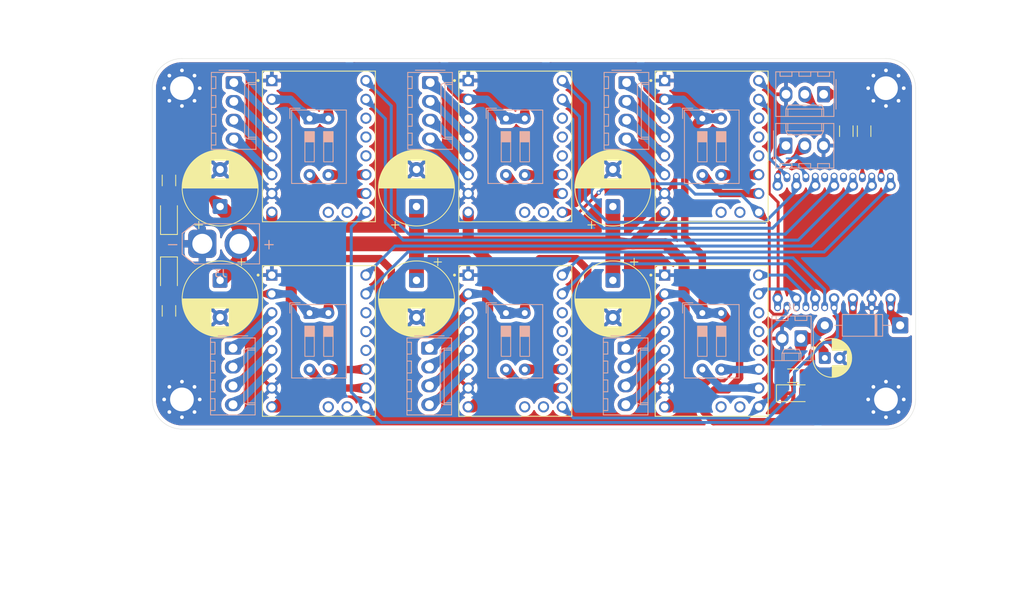
<source format=kicad_pcb>
(kicad_pcb (version 20241229) (generator "pcbnew") (generator_version "9.0")
  (layers (0 "F.Cu" signal) (2 "B.Cu" signal) (13 "F.Paste" user) (15 "B.Paste" user) (5 "F.SilkS" user "F.Silkscreen") (7 "B.SilkS" user "B.Silkscreen") (1 "F.Mask" user) (3 "B.Mask" user) (25 "Edge.Cuts" user))
  (net 0 "")
  (net 1 "GND")
  (net 2 "+24V")
  (net 3 "+5V")
  (net 4 "Net-(D1-K)")
  (net 5 "Net-(D2-A)")
  (net 6 "Net-(D3-A)")
  (net 7 "Net-(D4-A)")
  (net 8 "RX")
  (net 9 "TX")
  (net 10 "TX B")
  (net 11 "RX B")
  (net 12 "Net-(J6-Pin_4)")
  (net 13 "Net-(J6-Pin_2)")
  (net 14 "Net-(J6-Pin_3)")
  (net 15 "Net-(J6-Pin_1)")
  (net 16 "Net-(J7-Pin_4)")
  (net 17 "Net-(J7-Pin_3)")
  (net 18 "Net-(J7-Pin_2)")
  (net 19 "Net-(J7-Pin_1)")
  (net 20 "Net-(J8-Pin_3)")
  (net 21 "Net-(J8-Pin_1)")
  (net 22 "Net-(J8-Pin_4)")
  (net 23 "Net-(J8-Pin_2)")
  (net 24 "Net-(J9-Pin_4)")
  (net 25 "Net-(J9-Pin_2)")
  (net 26 "Net-(J9-Pin_1)")
  (net 27 "Net-(J9-Pin_3)")
  (net 28 "Net-(J10-Pin_3)")
  (net 29 "Net-(J10-Pin_1)")
  (net 30 "Net-(J10-Pin_4)")
  (net 31 "Net-(J10-Pin_2)")
  (net 32 "Net-(J11-Pin_1)")
  (net 33 "Net-(J11-Pin_3)")
  (net 34 "Net-(J11-Pin_4)")
  (net 35 "Net-(J11-Pin_2)")
  (net 36 "+3.3V")
  (net 37 "Net-(U1-MS1)")
  (net 38 "Net-(U1-MS2)")
  (net 39 "Net-(U2-MS1)")
  (net 40 "Net-(U2-MS2)")
  (net 41 "Net-(U3-MS2)")
  (net 42 "Net-(U3-MS1)")
  (net 43 "Net-(U4-MS2)")
  (net 44 "Net-(U4-MS1)")
  (net 45 "Net-(U6-MS1)")
  (net 46 "Net-(U6-MS2)")
  (net 47 "Net-(U5-MS1)")
  (net 48 "Net-(U5-MS2)")
  (net 51 "EN M")
  (net 52 "STEP 1")
  (net 55 "DIR 1")
  (net 59 "DIR 3")
  (net 61 "STEP 3")
  (net 64 "DIR 2")
  (net 66 "STEP 2")
  (net 67 "EN")
  (net 72 "DIR 4")
  (net 75 "STEP 4")
  (net 80 "STEP 5")
  (net 83 "DIR 5")
  (net 88 "STEP 6")
  (net 89 "DIR 6")
  (net 95 "Net-(U10-GPIO38_DVP_VSYNC{slash}I2S_SD)")
  (net 96 "Net-(U10-GPIO39_CAM_SCL{slash}I2S_SCK)")
  (footprint "Resistor_SMD:R_1206_3216Metric_Pad1.30x1.75mm_HandSolder" (layer "F.Cu") (at 160.4 92.3 90)
    (property "Reference" "R2" (hide yes))
    (property "Value" "1k" (hide yes))
  )
  (footprint "Capacitor_THT:CP_Radial_D10.0mm_P5.00mm" (layer "F.Cu") (at 75.9 112.432323 -90)
    (property "Reference" "C4" (hide yes))
    (property "Value" "100µF" (hide yes))
  )
  (footprint "Seeed Studio XIAO ESP32S3 Plus KiCAD Library 2:MOUDLE23P-SMD-2.54-21X17.8MM.kicad_mod.kicad_sym" (layer "F.Cu") (at 158.75 107.25)
    (property "Reference" "U10" (hide yes))
    (property "Value" "XIAO-HALF-HOLE-23P" (hide yes))
  )
  (footprint "LED_SMD:LED_1206_3216Metric" (layer "F.Cu") (at 69 103.949999 90)
    (property "Reference" "D4" (hide yes))
    (property "Value" "LED_Small" (hide yes))
  )
  (footprint "Resistor_SMD:R_1206_3216Metric_Pad1.30x1.75mm_HandSolder" (layer "F.Cu") (at 69 116.550001 90)
    (property "Reference" "R3" (hide yes))
    (property "Value" "1k" (hide yes))
  )
  (footprint "MountingHole:MountingHole_3.2mm_M3_Pad_Via" (layer "F.Cu") (at 165.75 86.5)
    (property "Reference" "H2")
    (property "Value" "MountingHole_Pad" (hide yes))
  )
  (footprint "Capacitor_THT:CP_Radial_D10.0mm_P5.00mm" (layer "F.Cu") (at 128.9 112.432323 -90)
    (property "Reference" "C6" (hide yes))
    (property "Value" "100µF" (hide yes))
  )
  (footprint "TMC2209_SILENTSTEPSTICK:MODULE_TMC2209_SILENTSTEPSTICK" (layer "F.Cu") (at 89.23 94.36)
    (property "Reference" "U1" (hide yes))
    (property "Value" "TMC2209_SILENTSTEPSTICK" (hide yes))
  )
  (footprint "TMC2209_SILENTSTEPSTICK:MODULE_TMC2209_SILENTSTEPSTICK" (layer "F.Cu") (at 142.23 94.36)
    (property "Reference" "U3" (hide yes))
    (property "Value" "TMC2209_SILENTSTEPSTICK" (hide yes))
  )
  (footprint "Capacitor_THT:CP_Radial_D10.0mm_P5.00mm" (layer "F.Cu") (at 102.4 102.467677 90)
    (property "Reference" "C2" (hide yes))
    (property "Value" "100µF" (hide yes))
  )
  (footprint "Capacitor_THT:CP_Radial_D10.0mm_P5.00mm" (layer "F.Cu") (at 102.4 112.432323 -90)
    (property "Reference" "C5" (hide yes))
    (property "Value" "100µF" (hide yes))
  )
  (footprint "Resistor_SMD:R_1206_3216Metric_Pad1.30x1.75mm_HandSolder" (layer "F.Cu") (at 69 98.949999 -90)
    (property "Reference" "R4" (hide yes))
    (property "Value" "1k" (hide yes))
  )
  (footprint "MountingHole:MountingHole_3.2mm_M3_Pad_Via" (layer "F.Cu") (at 165.75 128.5)
    (property "Reference" "H4")
    (property "Value" "MountingHole_Pad" (hide yes))
  )
  (footprint "Resistor_SMD:R_1206_3216Metric_Pad1.30x1.75mm_HandSolder" (layer "F.Cu") (at 162.8 92.3 90)
    (property "Reference" "R1" (hide yes))
    (property "Value" "1k" (hide yes))
  )
  (footprint "Capacitor_THT:CP_Radial_D10.0mm_P5.00mm" (layer "F.Cu") (at 75.9 102.467677 90)
    (property "Reference" "C1" (hide yes))
    (property "Value" "100µF" (hide yes))
  )
  (footprint "TMC2209_SILENTSTEPSTICK:MODULE_TMC2209_SILENTSTEPSTICK" (layer "F.Cu") (at 115.73 94.36)
    (property "Reference" "U2" (hide yes))
    (property "Value" "TMC2209_SILENTSTEPSTICK" (hide yes))
  )
  (footprint "LED_SMD:LED_1206_3216Metric" (layer "F.Cu") (at 153.25 127.66)
    (property "Reference" "D2" (hide yes))
    (property "Value" "LED_Small" (hide yes))
  )
  (footprint "TMC2209_SILENTSTEPSTICK:MODULE_TMC2209_SILENTSTEPSTICK" (layer "F.Cu") (at 115.73 120.61)
    (property "Reference" "U5" (hide yes))
    (property "Value" "TMC2209_SILENTSTEPSTICK" (hide yes))
  )
  (footprint "MountingHole:MountingHole_3.2mm_M3_Pad_Via" (layer "F.Cu") (at 70.75 86.5)
    (property "Reference" "H1")
    (property "Value" "MountingHole_Pad" (hide yes))
  )
  (footprint "Capacitor_THT:CP_Radial_D5.0mm_P2.00mm" (layer "F.Cu") (at 157.5 122.9)
    (property "Reference" "C7" (hide yes))
    (property "Value" "100µF" (hide yes))
  )
  (footprint "Resistor_SMD:R_1206_3216Metric_Pad1.30x1.75mm_HandSolder" (layer "F.Cu") (at 153.2 125.3)
    (property "Reference" "R5" (hide yes))
    (property "Value" "1k" (hide yes))
  )
  (footprint "MountingHole:MountingHole_3.2mm_M3_Pad_Via" (layer "F.Cu") (at 70.75 128.5)
    (property "Reference" "H3")
    (property "Value" "MountingHole_Pad" (hide yes))
  )
  (footprint "TMC2209_SILENTSTEPSTICK:MODULE_TMC2209_SILENTSTEPSTICK" (layer "F.Cu") (at 89.23 120.61)
    (property "Reference" "U4" (hide yes))
    (property "Value" "TMC2209_SILENTSTEPSTICK" (hide yes))
  )
  (footprint "TMC2209_SILENTSTEPSTICK:MODULE_TMC2209_SILENTSTEPSTICK" (layer "F.Cu") (at 142.23 120.61)
    (property "Reference" "U6" (hide yes))
    (property "Value" "TMC2209_SILENTSTEPSTICK" (hide yes))
  )
  (footprint "Capacitor_THT:CP_Radial_D10.0mm_P5.00mm" (layer "F.Cu") (at 128.9 102.467677 90)
    (property "Reference" "C3" (hide yes))
    (property "Value" "100µF" (hide yes))
  )
  (footprint "LED_SMD:LED_1206_3216Metric" (layer "F.Cu") (at 69 111.549999 -90)
    (property "Reference" "D3" (hide yes))
    (property "Value" "LED_Small" (hide yes))
  )
  (footprint "Connector_AMASS:AMASS_XT30U-F_1x02_P5.0mm_Vertical" (layer "B.Cu") (at 73.5 107.5)
    (property "Reference" "J3")
    (property "Value" "conn 24v" (hide yes))
  )
  (footprint "Button_Switch_THT:SW_DIP_SPSTx02_Slide_9.78x7.26mm_W7.62mm_P2.54mm" (layer "B.Cu") (at 140.9725 90.5925 -90)
    (property "Reference" "SW7" (hide yes))
    (property "Value" "SW_DIP_x02" (hide yes))
  )
  (footprint "Button_Switch_THT:SW_DIP_SPSTx02_Slide_9.78x7.26mm_W7.62mm_P2.54mm" (layer "B.Cu") (at 114.4725 116.8425 -90)
    (property "Reference" "SW5" (hide yes))
    (property "Value" "SW_DIP_x02" (hide yes))
  )
  (footprint "Connector_Molex:Molex_KK-254_AE-6410-02A_1x02_P2.54mm_Vertical" (layer "B.Cu") (at 154.275 120.27 180)
    (property "Reference" "J4")
    (property "Value" "conn 5v" (hide yes))
  )
  (footprint "Connector_Molex:Molex_KK-254_AE-6410-03A_1x03_P2.54mm_Vertical" (layer "B.Cu") (at 152.25 94.25)
    (property "Reference" "J1" (hide yes))
    (property "Value" "UART CP" (hide yes))
  )
  (footprint "Connector_Molex:Molex_KK-254_AE-6410-04A_1x04_P2.54mm_Vertical" (layer "B.Cu") (at 77.6425 121.5825 -90)
    (property "Reference" "J9" (hide yes))
    (property "Value" "STEPPER D" (hide yes))
  )
  (footprint "Connector_Molex:Molex_KK-254_AE-6410-04A_1x04_P2.54mm_Vertical" (layer "B.Cu") (at 104.1425 121.5825 -90)
    (property "Reference" "J10" (hide yes))
    (property "Value" "STEPPER 2" (hide yes))
  )
  (footprint "Button_Switch_THT:SW_DIP_SPSTx02_Slide_9.78x7.26mm_W7.62mm_P2.54mm" (layer "B.Cu") (at 87.9725 116.8425 -90)
    (property "Reference" "SW3" (hide yes))
    (property "Value" "SW_DIP_x02" (hide yes))
  )
  (footprint "Button_Switch_THT:SW_DIP_SPSTx02_Slide_9.78x7.26mm_W7.62mm_P2.54mm" (layer "B.Cu") (at 114.4725 90.5925 -90)
    (property "Reference" "SW4" (hide yes))
    (property "Value" "SW_DIP_x02" (hide yes))
  )
  (footprint "Connector_Molex:Molex_KK-254_AE-6410-04A_1x04_P2.54mm_Vertical" (layer "B.Cu") (at 130.75 85.75 -90)
    (property "Reference" "J8" (hide yes))
    (property "Value" "STEPPER 3")
  )
  (footprint "Button_Switch_THT:SW_DIP_SPSTx02_Slide_9.78x7.26mm_W7.62mm_P2.54mm" (layer "B.Cu") (at 140.9725 116.8425 -90)
    (property "Reference" "SW6" (hide yes))
    (property "Value" "SW_DIP_x02" (hide yes))
  )
  (footprint "Connector_Molex:Molex_KK-254_AE-6410-03A_1x03_P2.54mm_Vertical" (layer "B.Cu") (at 157.34 87.32 180)
    (property "Reference" "J2" (hide yes))
    (property "Value" "UART BONUS" (hide yes))
  )
  (footprint "Diode_THT:D_DO-41_SOD81_P10.16mm_Horizontal" (layer "B.Cu") (at 167.66 118.5 180)
    (property "Reference" "D1" (hide yes))
    (property "Value" "D_Shottky" (hide yes))
  )
  (footprint "Button_Switch_THT:SW_DIP_SPSTx02_Slide_9.78x7.26mm_W7.62mm_P2.54mm" (layer "B.Cu") (at 87.9725 90.5925 -90)
    (property "Reference" "SW2" (hide yes))
    (property "Value" "SW_DIP_x02" (hide yes))
  )
  (footprint "Connector_Molex:Molex_KK-254_AE-6410-04A_1x04_P2.54mm_Vertical" (layer "B.Cu") (at 77.75 85.75 -90)
    (property "Reference" "J6" (hide yes))
    (property "Value" "STEPPER G" (hide yes))
  )
  (footprint "Connector_Molex:Molex_KK-254_AE-6410-04A_1x04_P2.54mm_Vertical" (layer "B.Cu") (at 130.6425 121.5825 -90)
    (property "Reference" "J11" (hide yes))
    (property "Value" "STEPPER 4" (hide yes))
  )
  (footprint "Connector_Molex:Molex_KK-254_AE-6410-04A_1x04_P2.54mm_Vertical" (layer "B.Cu") (at 104.25 85.75 -90)
    (property "Reference" "J7" (hide yes))
    (property "Value" "STEPPER 1" (hide yes))
  )
  (gr_arc (start 165.75 82.5) (mid 168.578427 83.671573) (end 169.75 86.5) (stroke (width 0.05)) (layer "Edge.Cuts"))
  (gr_arc (start 66.75 86.5) (mid 67.921573 83.671573) (end 70.75 82.5) (stroke (width 0.05)) (layer "Edge.Cuts"))
  (gr_line (start 66.75 128.5) (end 66.75 86.5) (stroke (width 0.05)) (layer "Edge.Cuts"))
  (gr_line (start 169.75 128.5) (end 169.75 86.5) (stroke (width 0.05)) (layer "Edge.Cuts"))
  (gr_arc (start 70.75 132.5) (mid 67.921573 131.328427) (end 66.75 128.5) (stroke (width 0.05)) (layer "Edge.Cuts"))
  (gr_arc (start 169.75 128.5) (mid 168.578427 131.328427) (end 165.75 132.5) (stroke (width 0.05)) (layer "Edge.Cuts"))
  (gr_line (start 70.75 82.5) (end 165.75 82.5) (stroke (width 0.05)) (layer "Edge.Cuts"))
  (gr_line (start 165.75 132.5) (end 70.75 132.5) (stroke (width 0.05)) (layer "Edge.Cuts"))
  (segment (start 73.5 105.5) (end 73.5 107.5) (width 1) (layer "F.Cu") (net 1))
  (segment (start 73.5 110.1) (end 72.7 110.9) (width 1) (layer "F.Cu") (net 1))
  (segment (start 163.83 114.87) (end 163.83 116.14) (width 1) (layer "F.Cu") (net 1))
  (segment (start 73.5 110.1) (end 73.5 107.5) (width 1) (layer "F.Cu") (net 1))
  (segment (start 70.1 107.5) (end 73.5 107.5) (width 1) (layer "F.Cu") (net 1))
  (segment (start 73.5 105.5) (end 72.6 104.6) (width 1) (layer "F.Cu") (net 1))
  (segment (start 73.5 110.1) (end 72.7 110.9) (width 1) (layer "B.Cu") (net 1))
  (segment (start 73.5 105.5) (end 72.6 104.6) (width 1) (layer "B.Cu") (net 1))
  (segment (start 73.5 110.1) (end 73.5 107.5) (width 1) (layer "B.Cu") (net 1))
  (segment (start 73.5 105.5) (end 73.5 107.5) (width 1) (layer "B.Cu") (net 1))
  (segment (start 70.1 107.5) (end 73.5 107.5) (width 1) (layer "B.Cu") (net 1))
  (segment (start 78.5 105.067677) (end 75.9 102.467677) (width 2) (layer "F.Cu") (net 2))
  (segment (start 83 107.5) (end 109 107.5) (width 2) (layer "F.Cu") (net 2))
  (segment (start 112 109.74) (end 112 127.5) (width 1.5) (layer "F.Cu") (net 2))
  (segment (start 78.5 109.832323) (end 78.5 107.5) (width 2) (layer "F.Cu") (net 2))
  (segment (start 138.5 127.44) (end 136.44 129.5) (width 1.5) (layer "F.Cu") (net 2))
  (segment (start 110 129.5) (end 109.38 129.5) (width 1.5) (layer "F.Cu") (net 2))
  (segment (start 109.38 107.12) (end 109 107.5) (width 1.5) (layer "F.Cu") (net 2))
  (segment (start 138.5 110) (end 138.5 127.44) (width 1.5) (layer "F.Cu") (net 2))
  (segment (start 82.88 107.38) (end 83 107.5) (width 1.5) (layer "F.Cu") (net 2))
  (segment (start 83 107.5) (end 85.5 110) (width 1.5) (layer "F.Cu") (net 2))
  (segment (start 102.4 102.467677) (end 102.4 112.432323) (width 2) (layer "F.Cu") (net 2))
  (segment (start 69 97.399998) (end 70.832321 97.399998) (width 0.5) (layer "F.Cu") (net 2))
  (segment (start 128.9 102.467677) (end 128.9 112.432323) (width 2) (layer "F.Cu") (net 2))
  (segment (start 136 107.5) (end 138.5 110) (width 1.5) (layer "F.Cu") (net 2))
  (segment (start 85.5 127.5) (end 83.5 129.5) (width 1.5) (layer "F.Cu") (net 2))
  (segment (start 78.5 107.5) (end 83 107.5) (width 2) (layer "F.Cu") (net 2))
  (segment (start 85.5 110) (end 85.5 127.5) (width 1.5) (layer "F.Cu") (net 2))
  (segment (start 136.44 129.5) (end 135.88 129.5) (width 1.5) (layer "F.Cu") (net 2))
  (segment (start 131.63 107.5) (end 136 107.5) (width 1.5) (layer "F.Cu") (net 2))
  (segment (start 112 127.5) (end 110 129.5) (width 1.5) (layer "F.Cu") (net 2))
  (segment (start 78.5 107.5) (end 78.5 105.067677) (width 2) (layer "F.Cu") (net 2))
  (segment (start 70.832321 97.399998) (end 75.9 102.467677) (width 0.5) (layer "F.Cu") (net 2))
  (segment (start 75.9 112.432323) (end 78.5 109.832323) (width 2) (layer "F.Cu") (net 2))
  (segment (start 135.88 103.25) (end 131.63 107.5) (width 1.5) (layer "F.Cu") (net 2))
  (segment (start 128.9 107.5) (end 131.63 107.5) (width 1.5) (layer "F.Cu") (net 2))
  (segment (start 109 107.5) (end 128.9 107.5) (width 2) (layer "F.Cu") (net 2))
  (segment (start 83.5 129.5) (end 82.88 129.5) (width 1.5) (layer "F.Cu") (net 2))
  (segment (start 109.38 107.12) (end 112 109.74) (width 1.5) (layer "F.Cu") (net 2))
  (segment (start 109.38 103.25) (end 109.38 107.12) (width 1.5) (layer "F.Cu") (net 2))
  (segment (start 82.88 103.25) (end 82.88 107.38) (width 1.5) (layer "F.Cu") (net 2))
  (segment (start 154.275 120.27) (end 154.275 122.675) (width 1) (layer "F.Cu") (net 3))
  (segment (start 155.77 120.27) (end 157.5 122) (width 1) (layer "F.Cu") (net 3))
  (segment (start 155.73 120.27) (end 157.5 118.5) (width 1) (layer "F.Cu") (net 3))
  (segment (start 154.275 120.27) (end 155.77 120.27) (width 1.5) (layer "F.Cu") (net 3))
  (segment (start 154.275 122.675) (end 151.65 125.3) (width 1) (layer "F.Cu") (net 3))
  (segment (start 157.5 122) (end 157.5 122.9) (width 1) (layer "F.Cu") (net 3))
  (segment (start 154.275 120.27) (end 155.73 120.27) (width 1) (layer "F.Cu") (net 3))
  (segment (start 166.37 117.21) (end 167.66 118.5) (width 1) (layer "F.Cu") (net 4))
  (segment (start 166.37 114.87) (end 166.37 116.14) (width 1) (layer "F.Cu") (net 4))
  (segment (start 166.37 116.14) (end 166.37 117.21) (width 1) (layer "F.Cu") (net 4))
  (segment (start 154.75 125.3) (end 154.75 127.56) (width 0.5) (layer "F.Cu") (net 5))
  (segment (start 154.75 127.56) (end 154.65 127.66) (width 0.5) (layer "F.Cu") (net 5))
  (segment (start 69 115) (end 69 112.949998) (width 0.5) (layer "F.Cu") (net 6))
  (segment (start 69 102.55) (end 69 100.5) (width 0.5) (layer "F.Cu") (net 7))
  (segment (start 150 100.7) (end 150 96.5) (width 0.4) (layer "F.Cu") (net 8))
  (segment (start 150 96.5) (end 152.25 94.25) (width 0.4) (layer "F.Cu") (net 8))
  (segment (start 151.13 114.87) (end 151.07 114.87) (width 0.4) (layer "F.Cu") (net 8))
  (segment (start 151.07 114.87) (end 151.2 114.74) (width 0.4) (layer "F.Cu") (net 8))
  (segment (start 151.2 114.74) (end 151.2 101.9) (width 0.4) (layer "F.Cu") (net 8))
  (segment (start 151.2 101.9) (end 150 100.7) (width 0.4) (layer "F.Cu") (net 8))
  (segment (start 151.13 114.87) (end 151.13 116.14) (width 0.4) (layer "B.Cu") (net 8))
  (segment (start 151.13 98.36) (end 151.13 97.87) (width 0.4) (layer "F.Cu") (net 9))
  (segment (start 154.75 94.25) (end 154.79 94.25) (width 0.4) (layer "F.Cu") (net 9))
  (segment (start 151.13 97.87) (end 154.75 94.25) (width 0.4) (layer "F.Cu") (net 9))
  (segment (start 151.13 98.36) (end 151.13 99.63) (width 0.4) (layer "B.Cu") (net 9))
  (segment (start 160.4 90.749999) (end 158.229999 90.749999) (width 0.4) (layer "F.Cu") (net 10))
  (segment (start 158.229999 90.749999) (end 154.8 87.32) (width 0.4) (layer "F.Cu") (net 10))
  (segment (start 159.370001 87.32) (end 157.34 87.32) (width 0.4) (layer "F.Cu") (net 11))
  (segment (start 162.8 90.749999) (end 159.370001 87.32) (width 0.4) (layer "F.Cu") (net 11))
  (segment (start 77.75 93.37) (end 78.08 93.37) (width 1) (layer "B.Cu") (net 12))
  (segment (start 78.08 93.37) (end 82.88 98.17) (width 1) (layer "B.Cu") (net 12))
  (segment (start 77.75 88.29) (end 78.08 88.29) (width 1) (layer "B.Cu") (net 13))
  (segment (start 78.08 88.29) (end 82.88 93.09) (width 1) (layer "B.Cu") (net 13))
  (segment (start 77.75 90.83) (end 78.08 90.83) (width 1) (layer "B.Cu") (net 14))
  (segment (start 78.08 90.83) (end 82.88 95.63) (width 1) (layer "B.Cu") (net 14))
  (segment (start 78.08 85.75) (end 82.88 90.55) (width 1) (layer "B.Cu") (net 15))
  (segment (start 77.75 85.75) (end 78.08 85.75) (width 1) (layer "B.Cu") (net 15))
  (segment (start 104.25 93.37) (end 104.58 93.37) (width 1) (layer "B.Cu") (net 16))
  (segment (start 104.58 93.37) (end 109.38 98.17) (width 1) (layer "B.Cu") (net 16))
  (segment (start 104.58 90.83) (end 109.38 95.63) (width 1) (layer "B.Cu") (net 17))
  (segment (start 104.25 90.83) (end 104.58 90.83) (width 1) (layer "B.Cu") (net 17))
  (segment (start 104.58 88.29) (end 109.38 93.09) (width 1) (layer "B.Cu") (net 18))
  (segment (start 104.25 88.29) (end 104.58 88.29) (width 1) (layer "B.Cu") (net 18))
  (segment (start 104.58 85.75) (end 109.38 90.55) (width 1) (layer "B.Cu") (net 19))
  (segment (start 104.25 85.75) (end 104.58 85.75) (width 1) (layer "B.Cu") (net 19))
  (segment (start 131.08 90.83) (end 135.88 95.63) (width 1) (layer "B.Cu") (net 20))
  (segment (start 130.75 90.83) (end 131.08 90.83) (width 1) (layer "B.Cu") (net 20))
  (segment (start 130.75 85.75) (end 131.08 85.75) (width 1) (layer "B.Cu") (net 21))
  (segment (start 131.08 85.75) (end 135.88 90.55) (width 1) (layer "B.Cu") (net 21))
  (segment (start 131.08 93.37) (end 135.88 98.17) (width 1) (layer "B.Cu") (net 22))
  (segment (start 130.75 93.37) (end 131.08 93.37) (width 1) (layer "B.Cu") (net 22))
  (segment (start 130.75 88.29) (end 131.08 88.29) (width 1) (layer "B.Cu") (net 23))
  (segment (start 131.08 88.29) (end 135.88 93.09) (width 1) (layer "B.Cu") (net 23))
  (segment (start 78.075262 129.242026) (end 82.857762 124.459526) (width 1) (layer "B.Cu") (net 24))
  (segment (start 77.620262 129.242026) (end 78.075262 129.242026) (width 1) (layer "B.Cu") (net 24))
  (segment (start 77.620262 124.162026) (end 78.075262 124.162026) (width 1) (layer "B.Cu") (net 25))
  (segment (start 78.075262 124.162026) (end 82.857762 119.379526) (width 1) (layer "B.Cu") (net 25))
  (segment (start 77.620262 121.622026) (end 78.075262 121.622026) (width 1) (layer "B.Cu") (net 26))
  (segment (start 78.075262 121.622026) (end 82.857762 116.839526) (width 1) (layer "B.Cu") (net 26))
  (segment (start 77.620262 126.702026) (end 78.075262 126.702026) (width 1) (layer "B.Cu") (net 27))
  (segment (start 78.075262 126.702026) (end 82.857762 121.919526) (width 1) (layer "B.Cu") (net 27))
  (segment (start 104.1425 126.6625) (end 104.5975 126.6625) (width 1) (layer "B.Cu") (net 28))
  (segment (start 104.5975 126.6625) (end 109.38 121.88) (width 1) (layer "B.Cu") (net 28))
  (segment (start 104.1425 121.5825) (end 104.5975 121.5825) (width 1) (layer "B.Cu") (net 29))
  (segment (start 104.5975 121.5825) (end 109.38 116.8) (width 1) (layer "B.Cu") (net 29))
  (segment (start 104.5975 129.2025) (end 109.38 124.42) (width 1) (layer "B.Cu") (net 30))
  (segment (start 104.1425 129.2025) (end 104.5975 129.2025) (width 1) (layer "B.Cu") (net 30))
  (segment (start 104.5975 124.1225) (end 109.38 119.34) (width 1) (layer "B.Cu") (net 31))
  (segment (start 104.1425 124.1225) (end 104.5975 124.1225) (width 1) (layer "B.Cu") (net 31))
  (segment (start 130.55375 121.65125) (end 131.00875 121.65125) (width 1) (layer "B.Cu") (net 32))
  (segment (start 131.00875 121.65125) (end 135.79125 116.86875) (width 1) (layer "B.Cu") (net 32))
  (segment (start 130.55375 126.73125) (end 131.00875 126.73125) (width 1) (layer "B.Cu") (net 33))
  (segment (start 131.00875 126.73125) (end 135.79125 121.94875) (width 1) (layer "B.Cu") (net 33))
  (segment (start 131.00875 129.27125) (end 135.79125 124.48875) (width 1) (layer "B.Cu") (net 34))
  (segment (start 130.55375 129.27125) (end 131.00875 129.27125) (width 1) (layer "B.Cu") (net 34))
  (segment (start 130.55375 124.19125) (end 131.00875 124.19125) (width 1) (layer "B.Cu") (net 35))
  (segment (start 131.00875 124.19125) (end 135.79125 119.40875) (width 1) (layer "B.Cu") (net 35))
  (segment (start 132 83.5) (end 133.5 85) (width 1) (layer "F.Cu") (net 36))
  (segment (start 142.499 131.499) (end 155.901 131.499) (width 1) (layer "F.Cu") (net 36))
  (segment (start 161.29 117.99) (end 161.29 116.14) (width 1) (layer "F.Cu") (net 36))
  (segment (start 119 109.5) (end 117.0125 111.4875) (width 1) (layer "F.Cu") (net 36))
  (segment (start 140.9725 90.5925) (end 138.6 92.965) (width 1) (layer "F.Cu") (net 36))
  (segment (start 108.51632 88.003977) (end 109.38632 88.003977) (width 1) (layer "F.Cu") (net 36))
  (segment (start 133.5 85) (end 133.5 86.5) (width 1) (layer "F.Cu") (net 36))
  (segment (start 90.5125 111.4875) (end 90.5125 116.8425) (width 1) (layer "F.Cu") (net 36))
  (segment (start 72.840002 114.26) (end 82.88 114.26) (width 0.5) (layer "F.Cu") (net 36))
  (segment (start 135.14 115) (end 127.5 115) (width 1) (layer "F.Cu") (net 36))
  (segment (start 97.5 109.5) (end 92.5 109.5) (width 1) (layer "F.Cu") (net 36))
  (segment (start 125.5 111) (end 124 109.5) (width 1) (layer "F.Cu") (net 36))
  (segment (start 142.6 127.2) (end 141.2 128.6) (width 1) (layer "F.Cu") (net 36))
  (segment (start 99 111) (end 97.5 109.5) (width 1) (layer "F.Cu") (net 36))
  (segment (start 90.51882 86.981477) (end 94.000297 83.5) (width 1) (layer "F.Cu") (net 36))
  (segment (start 117.0125 86.9875) (end 120.5 83.5) (width 1) (layer "F.Cu") (net 36))
  (segment (start 155.901 131.499) (end 163.3 124.1) (width 1) (layer "F.Cu") (net 36))
  (segment (start 127.5 115) (end 125.5 113) (width 1) (layer "F.Cu") (net 36))
  (segment (start 163.3 120) (end 161.29 117.99) (width 1) (layer "F.Cu") (net 36))
  (segment (start 135.01 88.01) (end 135.88 88.01) (width 1) (layer "F.Cu") (net 36))
  (segment (start 144.4 127.2) (end 142.6 127.2) (width 1) (layer "F.Cu") (net 36))
  (segment (start 125.5 113) (end 125.5 111) (width 1) (layer "F.Cu") (net 36))
  (segment (start 117.0125 111.4875) (end 117.0125 116.8425) (width 1) (layer "F.Cu") (net 36))
  (segment (start 120.5 83.5) (end 132 83.5) (width 1) (layer "F.Cu") (net 36))
  (segment (start 107.00632 86.493977) (end 108.51632 88.003977) (width 1) (layer "F.Cu") (net 36))
  (segment (start 138.6 106.655) (end 140.9725 109.0275) (width 1) (layer "F.Cu") (net 36))
  (segment (start 90.51882 90.586477) (end 90.51882 86.981477) (width 1) (layer "F.Cu") (net 36))
  (segment (start 141.2 130.2) (end 142.499 131.499) (width 1) (layer "F.Cu") (net 36))
  (segment (start 161.29 114.87) (end 161.29 116.14) (width 1) (layer "F.Cu") (net 36))
  (segment (start 146 119.33) (end 146 125.6) (width 1) (layer "F.Cu") (net 36))
  (segment (start 138.6 92.965) (end 138.6 106.655) (width 1) (layer "F.Cu") (net 36))
  (segment (start 101 115) (end 99 113) (width 1) (layer "F.Cu") (net 36))
  (segment (start 141.2 128.6) (end 141.2 130.2) (width 1) (layer "F.Cu") (net 36))
  (segment (start 133.5 86.5) (end 135.01 88.01) (width 1) (layer "F.Cu") (net 36))
  (segment (start 117.0125 90.5925) (end 117.0125 86.9875) (width 1) (layer "F.Cu") (net 36))
  (segment (start 69 118.100002) (end 72.840002 114.26) (width 0.5) (layer "F.Cu") (net 36))
  (segment (start 107.00632 84.993977) (end 107.00632 86.493977) (width 1) (layer "F.Cu") (net 36))
  (segment (start 94.000297 83.5) (end 105.512343 83.5) (width 1) (layer "F.Cu") (net 36))
  (segment (start 163.3 124.1) (end 163.3 120) (width 1) (layer "F.Cu") (net 36))
  (segment (start 146 125.6) (end 144.4 127.2) (width 1) (layer "F.Cu") (net 36))
  (segment (start 109.38 114.26) (end 108.64 115) (width 1) (layer "F.Cu") (net 36))
  (segment (start 92.5 109.5) (end 90.5125 111.4875) (width 1) (layer "F.Cu") (net 36))
  (segment (start 108.64 115) (end 101 115) (width 1) (layer "F.Cu") (net 36))
  (segment (start 140.9725 109.0275) (end 140.9725 116.8425) (width 1) (layer "F.Cu") (net 36))
  (segment (start 143.5125 116.8425) (end 146 119.33) (width 1) (layer "F.Cu") (net 36))
  (segment (start 124 109.5) (end 119 109.5) (width 1) (layer "F.Cu") (net 36))
  (segment (start 99 113) (end 99 111) (width 1) (layer "F.Cu") (net 36))
  (segment (start 135.88 114.26) (end 135.14 115) (width 1) (layer "F.Cu") (net 36))
  (segment (start 105.512343 83.5) (end 107.00632 84.993977) (width 1) (layer "F.Cu") (net 36))
  (segment (start 90.5125 116.8425) (end 87.9725 116.8425) (width 1) (layer "B.Cu") (net 36))
  (segment (start 85.39 88.01) (end 87.9725 90.5925) (width 1) (layer "B.Cu") (net 36))
  (segment (start 111.89 88.01) (end 114.4725 90.5925) (width 1) (layer "B.Cu") (net 36))
  (segment (start 85.39 114.26) (end 87.9725 116.8425) (width 1) (layer "B.Cu") (net 36))
  (segment (start 114.4725 90.5925) (end 117.0125 90.5925) (width 1) (layer "B.Cu") (net 36))
  (segment (start 109.38 114.26) (end 111.89 114.26) (width 1) (layer "B.Cu") (net 36))
  (segment (start 90.5125 90.5925) (end 87.9725 90.5925) (width 1) (layer "B.Cu") (net 36))
  (segment (start 138.39 114.26) (end 140.9725 116.8425) (width 1) (layer "B.Cu") (net 36))
  (segment (start 135.88 114.26) (end 138.39 114.26) (width 1) (layer "B.Cu") (net 36))
  (segment (start 117.0125 116.8425) (end 114.4725 116.8425) (width 1) (layer "B.Cu") (net 36))
  (segment (start 138.39 88.01) (end 140.9725 90.5925) (width 1) (layer "B.Cu") (net 36))
  (segment (start 140.9725 90.5925) (end 143.5125 90.5925) (width 1) (layer "B.Cu") (net 36))
  (segment (start 82.88 114.26) (end 85.39 114.26) (width 1) (layer "B.Cu") (net 36))
  (segment (start 109.38 88.01) (end 111.89 88.01) (width 1) (layer "B.Cu") (net 36))
  (segment (start 135.88 88.01) (end 138.39 88.01) (width 1) (layer "B.Cu") (net 36))
  (segment (start 143.5125 116.8425) (end 140.9725 116.8425) (width 1) (layer "B.Cu") (net 36))
  (segment (start 111.89 114.26) (end 114.4725 116.8425) (width 1) (layer "B.Cu") (net 36))
  (segment (start 82.88 88.01) (end 85.39 88.01) (width 1) (layer "B.Cu") (net 36))
  (segment (start 90.47 100.71) (end 87.9725 98.2125) (width 1) (layer "F.Cu") (net 37))
  (segment (start 95.58 100.71) (end 90.47 100.71) (width 1) (layer "F.Cu") (net 37))
  (segment (start 95.5375 98.2125) (end 95.58 98.17) (width 1) (layer "F.Cu") (net 38))
  (segment (start 90.5125 98.2125) (end 95.5375 98.2125) (width 1) (layer "F.Cu") (net 38))
  (segment (start 122.08 100.71) (end 116.97 100.71) (width 1) (layer "F.Cu") (net 39))
  (segment (start 116.97 100.71) (end 114.4725 98.2125) (width 1) (layer "F.Cu") (net 39))
  (segment (start 117.0125 98.2125) (end 122.0375 98.2125) (width 1) (layer "F.Cu") (net 40))
  (segment (start 122.0375 98.2125) (end 122.08 98.17) (width 1) (layer "F.Cu") (net 40))
  (segment (start 148.5375 98.2125) (end 148.58 98.17) (width 1) (layer "F.Cu") (net 41))
  (segment (start 143.5125 98.2125) (end 148.5375 98.2125) (width 1) (layer "F.Cu") (net 41))
  (segment (start 148.58 100.71) (end 143.47 100.71) (width 1) (layer "F.Cu") (net 42))
  (segment (start 143.47 100.71) (end 140.9725 98.2125) (width 1) (layer "F.Cu") (net 42))
  (segment (start 90.5125 124.4625) (end 95.5375 124.4625) (width 1) (layer "F.Cu") (net 43))
  (segment (start 95.5375 124.4625) (end 95.58 124.42) (width 1) (layer "F.Cu") (net 43))
  (segment (start 95.58 126.96) (end 90.47 126.96) (width 1) (layer "F.Cu") (net 44))
  (segment (start 90.47 126.96) (end 87.9725 124.4625) (width 1) (layer "F.Cu") (net 44))
  (segment (start 148.58 126.96) (end 143.47 126.96) (width 1) (layer "B.Cu") (net 45))
  (segment (start 143.47 126.96) (end 140.9725 124.4625) (width 1) (layer "B.Cu") (net 45))
  (segment (start 148.5375 124.4625) (end 148.58 124.42) (width 1) (layer "B.Cu") (net 46))
  (segment (start 143.5125 124.4625) (end 148.5375 124.4625) (width 1) (layer "B.Cu") (net 46))
  (segment (start 122.08 126.96) (end 116.97 126.96) (width 1) (layer "F.Cu") (net 47))
  (segment (start 116.97 126.96) (end 114.4725 124.4625) (width 1) (layer "F.Cu") (net 47))
  (segment (start 122.08 124.42) (end 117.055 124.42) (width 1) (layer "F.Cu") (net 48))
  (segment (start 117.055 124.42) (end 117.0125 124.4625) (width 1) (layer "F.Cu") (net 48))
  (segment (start 159.2 120) (end 158.4 120.8) (width 0.4) (layer "B.Cu") (net 51))
  (segment (start 158.75 116.75) (end 159.2 117.2) (width 0.4) (layer "B.Cu") (net 51))
  (segment (start 158.4 120.8) (end 157.4 120.8) (width 0.4) (layer "B.Cu") (net 51))
  (segment (start 158.75 114.87) (end 158.75 116.14) (width 0.4) (layer "B.Cu") (net 51))
  (segment (start 157.4 120.8) (end 153.4 124.8) (width 0.4) (layer "B.Cu") (net 51))
  (segment (start 158.75 116.14) (end 158.75 116.75) (width 0.4) (layer "B.Cu") (net 51))
  (segment (start 93.6 105.23) (end 95.58 103.25) (width 0.4) (layer "B.Cu") (net 51))
  (segment (start 153.4 124.8) (end 153.4 127.499) (width 0.4) (layer "B.Cu") (net 51))
  (segment (start 153.4 127.499) (end 149.899 131) (width 0.4) (layer "B.Cu") (net 51))
  (segment (start 95.58 129.5) (end 93.6 127.52) (width 0.4) (layer "B.Cu") (net 51))
  (segment (start 97.68 131.6) (end 95.58 129.5) (width 0.4) (layer "B.Cu") (net 51))
  (segment (start 159.2 117.2) (end 159.2 120) (width 0.4) (layer "B.Cu") (net 51))
  (segment (start 150.7495 130.1495) (end 149.299 131.6) (width 0.4) (layer "B.Cu") (net 51))
  (segment (start 149.299 131.6) (end 97.68 131.6) (width 0.4) (layer "B.Cu") (net 51))
  (segment (start 93.6 127.52) (end 93.6 105.23) (width 0.4) (layer "B.Cu") (net 51))
  (segment (start 100.6 107) (end 98.2 104.6) (width 0.4) (layer "B.Cu") (net 52))
  (segment (start 161.29 98.36) (end 161.29 99.63) (width 0.4) (layer "B.Cu") (net 52))
  (segment (start 161.29 99.63) (end 153.92 107) (width 0.4) (layer "B.Cu") (net 52))
  (segment (start 153.92 107) (end 100.6 107) (width 0.4) (layer "B.Cu") (net 52))
  (segment (start 98.2 104.6) (end 98.2 90.63) (width 0.4) (layer "B.Cu") (net 52))
  (segment (start 98.2 90.63) (end 95.58 88.01) (width 0.4) (layer "B.Cu") (net 52))
  (segment (start 101.4 106.2) (end 99 103.8) (width 0.4) (layer "B.Cu") (net 55))
  (segment (start 99 103.8) (end 99 88.89) (width 0.4) (layer "B.Cu") (net 55))
  (segment (start 99 88.89) (end 95.58 85.47) (width 0.4) (layer "B.Cu") (net 55))
  (segment (start 158.75 99.63) (end 152.18 106.2) (width 0.4) (layer "B.Cu") (net 55))
  (segment (start 152.18 106.2) (end 101.4 106.2) (width 0.4) (layer "B.Cu") (net 55))
  (segment (start 158.75 98.36) (end 158.75 99.63) (width 0.4) (layer "B.Cu") (net 55))
  (segment (start 150.8 87.69) (end 150.8 95.6) (width 0.4) (layer "B.Cu") (net 59))
  (segment (start 154.94 98.0082) (end 154.94 98.36) (width 0.4) (layer "B.Cu") (net 59))
  (segment (start 148.58 85.47) (end 150.8 87.69) (width 0.4) (layer "B.Cu") (net 59))
  (segment (start 152 96.8) (end 153.7318 96.8) (width 0.4) (layer "B.Cu") (net 59))
  (segment (start 153.7318 96.8) (end 154.94 98.0082) (width 0.4) (layer "B.Cu") (net 59))
  (segment (start 150.8 95.6) (end 152 96.8) (width 0.4) (layer "B.Cu") (net 59))
  (segment (start 150 89.43) (end 150 95.96) (width 0.4) (layer "B.Cu") (net 61))
  (segment (start 150 95.96) (end 152.4 98.36) (width 0.4) (layer "B.Cu") (net 61))
  (segment (start 148.58 88.01) (end 150 89.43) (width 0.4) (layer "B.Cu") (net 61))
  (segment (start 153.67 98.36) (end 153.67 99.63) (width 0.4) (layer "B.Cu") (net 64))
  (segment (start 153.67 100.33) (end 149.4 104.6) (width 0.4) (layer "B.Cu") (net 64))
  (segment (start 128.2 104.6) (end 125.2 101.6) (width 0.4) (layer "B.Cu") (net 64))
  (segment (start 153.67 99.63) (end 153.67 100.33) (width 0.4) (layer "B.Cu") (net 64))
  (segment (start 125.2 101.6) (end 125.2 88.59) (width 0.4) (layer "B.Cu") (net 64))
  (segment (start 125.2 88.59) (end 122.08 85.47) (width 0.4) (layer "B.Cu") (net 64))
  (segment (start 149.4 104.6) (end 128.2 104.6) (width 0.4) (layer "B.Cu") (net 64))
  (segment (start 150.44 105.4) (end 127.6 105.4) (width 0.4) (layer "B.Cu") (net 66))
  (segment (start 124.4 102.2) (end 124.4 90.33) (width 0.4) (layer "B.Cu") (net 66))
  (segment (start 127.6 105.4) (end 124.4 102.2) (width 0.4) (layer "B.Cu") (net 66))
  (segment (start 124.4 90.33) (end 122.08 88.01) (width 0.4) (layer "B.Cu") (net 66))
  (segment (start 156.21 99.63) (end 150.44 105.4) (width 0.4) (layer "B.Cu") (net 66))
  (segment (start 156.21 99.63) (end 156.21 98.36) (width 0.4) (layer "B.Cu") (net 66))
  (segment (start 124.35 103.25) (end 122.08 103.25) (width 0.4) (layer "F.Cu") (net 67))
  (segment (start 150.6 117) (end 150 116.4) (width 0.4) (layer "F.Cu") (net 67))
  (segment (start 127 100.6) (end 124.35 103.25) (width 0.4) (layer "F.Cu") (net 67))
  (segment (start 151.8 117) (end 150.6 117) (width 0.4) (layer "F.Cu") (net 67))
  (segment (start 150 104.67) (end 148.58 103.25) (width 0.4) (layer "F.Cu") (net 67))
  (segment (start 150 116.4) (end 150 104.67) (width 0.4) (layer "F.Cu") (net 67))
  (segment (start 152.4 116.4) (end 151.8 117) (width 0.4) (layer "F.Cu") (net 67))
  (segment (start 152.4 116.14) (end 152.4 116.4) (width 0.4) (layer "F.Cu") (net 67))
  (via (at 127 100.6) (size 0.6) (drill 0.3) (layers "F.Cu" "B.Cu") (net 67))
  (segment (start 152.4 116.14) (end 152.4 116.8) (width 0.4) (layer "B.Cu") (net 67))
  (segment (start 138.6 99.4) (end 140 100.8) (width 0.4) (layer "B.Cu") (net 67))
  (segment (start 148.58 103.25) (end 146.13 100.8) (width 0.4) (layer "B.Cu") (net 67))
  (segment (start 146.13 100.8) (end 140 100.8) (width 0.4) (layer "B.Cu") (net 67))
  (segment (start 148.58 129.5) (end 147.08 131) (width 0.4) (layer "B.Cu") (net 67))
  (segment (start 148.7 129.5) (end 148.58 129.5) (width 0.4) (layer "B.Cu") (net 67))
  (segment (start 138.6 99.4) (end 128.2 99.4) (width 0.4) (layer "B.Cu") (net 67))
  (segment (start 147.08 131) (end 123.58 131) (width 0.4) (layer "B.Cu") (net 67))
  (segment (start 128.2 99.4) (end 127 100.6) (width 0.4) (layer "B.Cu") (net 67))
  (segment (start 150 119.2) (end 150 128.2) (width 0.4) (layer "B.Cu") (net 67))
  (segment (start 152.4 116.8) (end 150 119.2) (width 0.4) (layer "B.Cu") (net 67))
  (segment (start 150 128.2) (end 148.7 129.5) (width 0.4) (layer "B.Cu") (net 67))
  (segment (start 123.58 131) (end 122.08 129.5) (width 0.4) (layer "B.Cu") (net 67))
  (segment (start 163.83 99.63) (end 155.66 107.8) (width 0.4) (layer "B.Cu") (net 72))
  (segment (start 99.5 107.8) (end 95.58 111.72) (width 0.4) (layer "B.Cu") (net 72))
  (segment (start 163.83 98.36) (end 163.83 99.63) (width 0.4) (layer "B.Cu") (net 72))
  (segment (start 155.66 107.8) (end 99.5 107.8) (width 0.4) (layer "B.Cu") (net 72))
  (segment (start 166.37 99.63) (end 157.4 108.6) (width 0.4) (layer "B.Cu") (net 75))
  (segment (start 101.24 108.6) (end 95.58 114.26) (width 0.4) (layer "B.Cu") (net 75))
  (segment (start 166.37 98.36) (end 166.37 99.63) (width 0.4) (layer "B.Cu") (net 75))
  (segment (start 157.4 108.6) (end 101.24 108.6) (width 0.4) (layer "B.Cu") (net 75))
  (segment (start 156.21 114.87) (end 156.21 116.14) (width 0.4) (layer "B.Cu") (net 80))
  (segment (start 126.14 110.2) (end 122.08 114.26) (width 0.4) (layer "B.Cu") (net 80))
  (segment (start 156.21 114.87) (end 156.21 114.01) (width 0.4) (layer "B.Cu") (net 80))
  (segment (start 156.21 114.01) (end 152.4 110.2) (width 0.4) (layer "B.Cu") (net 80))
  (segment (start 152.4 110.2) (end 126.14 110.2) (width 0.4) (layer "B.Cu") (net 80))
  (segment (start 153.2 109.4) (end 124.4 109.4) (width 0.4) (layer "B.Cu") (net 83))
  (segment (start 157.48 113.68) (end 153.2 109.4) (width 0.4) (layer "B.Cu") (net 83))
  (segment (start 157.48 116.14) (end 157.48 113.68) (width 0.4) (layer "B.Cu") (net 83))
  (segment (start 124.4 109.4) (end 122.08 111.72) (width 0.4) (layer "B.Cu") (net 83))
  (segment (start 152.4 113.6) (end 149.24 113.6) (width 0.4) (layer "B.Cu") (net 88))
  (segment (start 153.67 114.87) (end 152.4 113.6) (width 0.4) (layer "B.Cu") (net 88))
  (segment (start 149.24 113.6) (end 148.58 114.26) (width 0.4) (layer "B.Cu") (net 88))
  (segment (start 153.67 114.87) (end 153.67 116.14) (width 0.4) (layer "B.Cu") (net 88))
  (segment (start 154.94 114.34) (end 152.32 111.72) (width 0.4) (layer "B.Cu") (net 89))
  (segment (start 154.94 116.14) (end 154.94 114.34) (width 0.4) (layer "B.Cu") (net 89))
  (segment (start 152.32 111.72) (end 148.58 111.72) (width 0.4) (layer "B.Cu") (net 89))
  (segment (start 165.1 96.150001) (end 162.8 93.850001) (width 0.4) (layer "F.Cu") (net 95))
  (segment (start 165.1 98.36) (end 165.1 96.150001) (width 0.4) (layer "F.Cu") (net 95))
  (segment (start 162.56 96.010001) (end 160.4 93.850001) (width 0.4) (layer "F.Cu") (net 96))
  (segment (start 162.56 98.36) (end 162.56 96.010001) (width 0.4) (layer "F.Cu") (net 96))
  (zone (net 1) (net_name "GND") (layers "F.Cu" "B.Cu") (connect_pads (clearance 0.5)) (min_thickness 0.25) (fill yes (thermal_gap 0.5) (thermal_bridge_width 0.5))
    (polygon (pts (xy 57.4 74.6) (xy 184.4 77.8) (xy 174.6 154.4) (xy 46.2 148.6)))
  )
)
</source>
